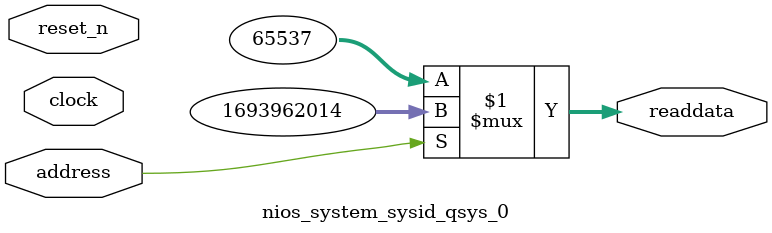
<source format=v>



// synthesis translate_off
`timescale 1ns / 1ps
// synthesis translate_on

// turn off superfluous verilog processor warnings 
// altera message_level Level1 
// altera message_off 10034 10035 10036 10037 10230 10240 10030 

module nios_system_sysid_qsys_0 (
               // inputs:
                address,
                clock,
                reset_n,

               // outputs:
                readdata
             )
;

  output  [ 31: 0] readdata;
  input            address;
  input            clock;
  input            reset_n;

  wire    [ 31: 0] readdata;
  //control_slave, which is an e_avalon_slave
  assign readdata = address ? 1693962014 : 65537;

endmodule



</source>
